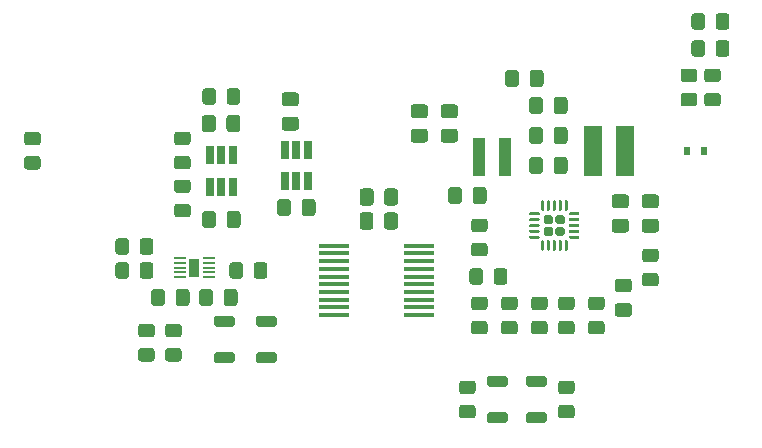
<source format=gbp>
G04 #@! TF.GenerationSoftware,KiCad,Pcbnew,(5.1.7)-1*
G04 #@! TF.CreationDate,2021-10-27T14:05:11+02:00*
G04 #@! TF.ProjectId,Power_module_v1,506f7765-725f-46d6-9f64-756c655f7631,rev?*
G04 #@! TF.SameCoordinates,Original*
G04 #@! TF.FileFunction,Paste,Bot*
G04 #@! TF.FilePolarity,Positive*
%FSLAX46Y46*%
G04 Gerber Fmt 4.6, Leading zero omitted, Abs format (unit mm)*
G04 Created by KiCad (PCBNEW (5.1.7)-1) date 2021-10-27 14:05:11*
%MOMM*%
%LPD*%
G01*
G04 APERTURE LIST*
%ADD10R,1.000000X0.200000*%
%ADD11R,0.900000X1.500000*%
%ADD12R,2.500000X0.450000*%
%ADD13R,0.600000X0.700000*%
%ADD14R,1.600000X4.300000*%
%ADD15R,1.000000X3.200000*%
%ADD16R,0.650000X1.560000*%
G04 APERTURE END LIST*
G36*
G01*
X123005000Y-87724000D02*
X123005000Y-86774000D01*
G75*
G02*
X123255000Y-86524000I250000J0D01*
G01*
X123930000Y-86524000D01*
G75*
G02*
X124180000Y-86774000I0J-250000D01*
G01*
X124180000Y-87724000D01*
G75*
G02*
X123930000Y-87974000I-250000J0D01*
G01*
X123255000Y-87974000D01*
G75*
G02*
X123005000Y-87724000I0J250000D01*
G01*
G37*
G36*
G01*
X120930000Y-87724000D02*
X120930000Y-86774000D01*
G75*
G02*
X121180000Y-86524000I250000J0D01*
G01*
X121855000Y-86524000D01*
G75*
G02*
X122105000Y-86774000I0J-250000D01*
G01*
X122105000Y-87724000D01*
G75*
G02*
X121855000Y-87974000I-250000J0D01*
G01*
X121180000Y-87974000D01*
G75*
G02*
X120930000Y-87724000I0J250000D01*
G01*
G37*
D10*
X105684000Y-94018000D03*
X105684000Y-93618000D03*
X105684000Y-93218000D03*
X105684000Y-92818000D03*
X105684000Y-92418000D03*
X108184000Y-92418000D03*
X108184000Y-92818000D03*
X108184000Y-93218000D03*
X108184000Y-93618000D03*
X108184000Y-94018000D03*
D11*
X106934000Y-93218000D03*
G36*
G01*
X131903000Y-105469000D02*
X133273000Y-105469000D01*
G75*
G02*
X133463000Y-105659000I0J-190000D01*
G01*
X133463000Y-106229000D01*
G75*
G02*
X133273000Y-106419000I-190000J0D01*
G01*
X131903000Y-106419000D01*
G75*
G02*
X131713000Y-106229000I0J190000D01*
G01*
X131713000Y-105659000D01*
G75*
G02*
X131903000Y-105469000I190000J0D01*
G01*
G37*
G36*
G01*
X131903000Y-102369000D02*
X133273000Y-102369000D01*
G75*
G02*
X133463000Y-102559000I0J-190000D01*
G01*
X133463000Y-103129000D01*
G75*
G02*
X133273000Y-103319000I-190000J0D01*
G01*
X131903000Y-103319000D01*
G75*
G02*
X131713000Y-103129000I0J190000D01*
G01*
X131713000Y-102559000D01*
G75*
G02*
X131903000Y-102369000I190000J0D01*
G01*
G37*
G36*
G01*
X135205000Y-105469000D02*
X136575000Y-105469000D01*
G75*
G02*
X136765000Y-105659000I0J-190000D01*
G01*
X136765000Y-106229000D01*
G75*
G02*
X136575000Y-106419000I-190000J0D01*
G01*
X135205000Y-106419000D01*
G75*
G02*
X135015000Y-106229000I0J190000D01*
G01*
X135015000Y-105659000D01*
G75*
G02*
X135205000Y-105469000I190000J0D01*
G01*
G37*
G36*
G01*
X135205000Y-102369000D02*
X136575000Y-102369000D01*
G75*
G02*
X136765000Y-102559000I0J-190000D01*
G01*
X136765000Y-103129000D01*
G75*
G02*
X136575000Y-103319000I-190000J0D01*
G01*
X135205000Y-103319000D01*
G75*
G02*
X135015000Y-103129000I0J190000D01*
G01*
X135015000Y-102559000D01*
G75*
G02*
X135205000Y-102369000I190000J0D01*
G01*
G37*
G36*
G01*
X113715000Y-98239000D02*
X112345000Y-98239000D01*
G75*
G02*
X112155000Y-98049000I0J190000D01*
G01*
X112155000Y-97479000D01*
G75*
G02*
X112345000Y-97289000I190000J0D01*
G01*
X113715000Y-97289000D01*
G75*
G02*
X113905000Y-97479000I0J-190000D01*
G01*
X113905000Y-98049000D01*
G75*
G02*
X113715000Y-98239000I-190000J0D01*
G01*
G37*
G36*
G01*
X113715000Y-101339000D02*
X112345000Y-101339000D01*
G75*
G02*
X112155000Y-101149000I0J190000D01*
G01*
X112155000Y-100579000D01*
G75*
G02*
X112345000Y-100389000I190000J0D01*
G01*
X113715000Y-100389000D01*
G75*
G02*
X113905000Y-100579000I0J-190000D01*
G01*
X113905000Y-101149000D01*
G75*
G02*
X113715000Y-101339000I-190000J0D01*
G01*
G37*
G36*
G01*
X110159000Y-98239000D02*
X108789000Y-98239000D01*
G75*
G02*
X108599000Y-98049000I0J190000D01*
G01*
X108599000Y-97479000D01*
G75*
G02*
X108789000Y-97289000I190000J0D01*
G01*
X110159000Y-97289000D01*
G75*
G02*
X110349000Y-97479000I0J-190000D01*
G01*
X110349000Y-98049000D01*
G75*
G02*
X110159000Y-98239000I-190000J0D01*
G01*
G37*
G36*
G01*
X110159000Y-101339000D02*
X108789000Y-101339000D01*
G75*
G02*
X108599000Y-101149000I0J190000D01*
G01*
X108599000Y-100579000D01*
G75*
G02*
X108789000Y-100389000I190000J0D01*
G01*
X110159000Y-100389000D01*
G75*
G02*
X110349000Y-100579000I0J-190000D01*
G01*
X110349000Y-101149000D01*
G75*
G02*
X110159000Y-101339000I-190000J0D01*
G01*
G37*
D12*
X125984000Y-91380000D03*
X125984000Y-92030000D03*
X125984000Y-92680000D03*
X125984000Y-93330000D03*
X125984000Y-93980000D03*
X125984000Y-94630000D03*
X125984000Y-95280000D03*
X125984000Y-95930000D03*
X125984000Y-96580000D03*
X125984000Y-97230000D03*
X118784000Y-97230000D03*
X118784000Y-96580000D03*
X118784000Y-95930000D03*
X118784000Y-95280000D03*
X118784000Y-94630000D03*
X118784000Y-93980000D03*
X118784000Y-93330000D03*
X118784000Y-92680000D03*
X118784000Y-92030000D03*
X118784000Y-91380000D03*
G36*
G01*
X148349999Y-78428000D02*
X149250001Y-78428000D01*
G75*
G02*
X149500000Y-78677999I0J-249999D01*
G01*
X149500000Y-79328001D01*
G75*
G02*
X149250001Y-79578000I-249999J0D01*
G01*
X148349999Y-79578000D01*
G75*
G02*
X148100000Y-79328001I0J249999D01*
G01*
X148100000Y-78677999D01*
G75*
G02*
X148349999Y-78428000I249999J0D01*
G01*
G37*
G36*
G01*
X148349999Y-76378000D02*
X149250001Y-76378000D01*
G75*
G02*
X149500000Y-76627999I0J-249999D01*
G01*
X149500000Y-77278001D01*
G75*
G02*
X149250001Y-77528000I-249999J0D01*
G01*
X148349999Y-77528000D01*
G75*
G02*
X148100000Y-77278001I0J249999D01*
G01*
X148100000Y-76627999D01*
G75*
G02*
X148349999Y-76378000I249999J0D01*
G01*
G37*
G36*
G01*
X150349999Y-78428000D02*
X151250001Y-78428000D01*
G75*
G02*
X151500000Y-78677999I0J-249999D01*
G01*
X151500000Y-79328001D01*
G75*
G02*
X151250001Y-79578000I-249999J0D01*
G01*
X150349999Y-79578000D01*
G75*
G02*
X150100000Y-79328001I0J249999D01*
G01*
X150100000Y-78677999D01*
G75*
G02*
X150349999Y-78428000I249999J0D01*
G01*
G37*
G36*
G01*
X150349999Y-76378000D02*
X151250001Y-76378000D01*
G75*
G02*
X151500000Y-76627999I0J-249999D01*
G01*
X151500000Y-77278001D01*
G75*
G02*
X151250001Y-77528000I-249999J0D01*
G01*
X150349999Y-77528000D01*
G75*
G02*
X150100000Y-77278001I0J249999D01*
G01*
X150100000Y-76627999D01*
G75*
G02*
X150349999Y-76378000I249999J0D01*
G01*
G37*
G36*
G01*
X150172000Y-71939999D02*
X150172000Y-72840001D01*
G75*
G02*
X149922001Y-73090000I-249999J0D01*
G01*
X149271999Y-73090000D01*
G75*
G02*
X149022000Y-72840001I0J249999D01*
G01*
X149022000Y-71939999D01*
G75*
G02*
X149271999Y-71690000I249999J0D01*
G01*
X149922001Y-71690000D01*
G75*
G02*
X150172000Y-71939999I0J-249999D01*
G01*
G37*
G36*
G01*
X152222000Y-71939999D02*
X152222000Y-72840001D01*
G75*
G02*
X151972001Y-73090000I-249999J0D01*
G01*
X151321999Y-73090000D01*
G75*
G02*
X151072000Y-72840001I0J249999D01*
G01*
X151072000Y-71939999D01*
G75*
G02*
X151321999Y-71690000I249999J0D01*
G01*
X151972001Y-71690000D01*
G75*
G02*
X152222000Y-71939999I0J-249999D01*
G01*
G37*
G36*
G01*
X150172000Y-74225999D02*
X150172000Y-75126001D01*
G75*
G02*
X149922001Y-75376000I-249999J0D01*
G01*
X149271999Y-75376000D01*
G75*
G02*
X149022000Y-75126001I0J249999D01*
G01*
X149022000Y-74225999D01*
G75*
G02*
X149271999Y-73976000I249999J0D01*
G01*
X149922001Y-73976000D01*
G75*
G02*
X150172000Y-74225999I0J-249999D01*
G01*
G37*
G36*
G01*
X152222000Y-74225999D02*
X152222000Y-75126001D01*
G75*
G02*
X151972001Y-75376000I-249999J0D01*
G01*
X151321999Y-75376000D01*
G75*
G02*
X151072000Y-75126001I0J249999D01*
G01*
X151072000Y-74225999D01*
G75*
G02*
X151321999Y-73976000I249999J0D01*
G01*
X151972001Y-73976000D01*
G75*
G02*
X152222000Y-74225999I0J-249999D01*
G01*
G37*
D13*
X148652000Y-83312000D03*
X150052000Y-83312000D03*
G36*
G01*
X104705999Y-100027000D02*
X105606001Y-100027000D01*
G75*
G02*
X105856000Y-100276999I0J-249999D01*
G01*
X105856000Y-100927001D01*
G75*
G02*
X105606001Y-101177000I-249999J0D01*
G01*
X104705999Y-101177000D01*
G75*
G02*
X104456000Y-100927001I0J249999D01*
G01*
X104456000Y-100276999D01*
G75*
G02*
X104705999Y-100027000I249999J0D01*
G01*
G37*
G36*
G01*
X104705999Y-97977000D02*
X105606001Y-97977000D01*
G75*
G02*
X105856000Y-98226999I0J-249999D01*
G01*
X105856000Y-98877001D01*
G75*
G02*
X105606001Y-99127000I-249999J0D01*
G01*
X104705999Y-99127000D01*
G75*
G02*
X104456000Y-98877001I0J249999D01*
G01*
X104456000Y-98226999D01*
G75*
G02*
X104705999Y-97977000I249999J0D01*
G01*
G37*
G36*
G01*
X102419999Y-100027000D02*
X103320001Y-100027000D01*
G75*
G02*
X103570000Y-100276999I0J-249999D01*
G01*
X103570000Y-100927001D01*
G75*
G02*
X103320001Y-101177000I-249999J0D01*
G01*
X102419999Y-101177000D01*
G75*
G02*
X102170000Y-100927001I0J249999D01*
G01*
X102170000Y-100276999D01*
G75*
G02*
X102419999Y-100027000I249999J0D01*
G01*
G37*
G36*
G01*
X102419999Y-97977000D02*
X103320001Y-97977000D01*
G75*
G02*
X103570000Y-98226999I0J-249999D01*
G01*
X103570000Y-98877001D01*
G75*
G02*
X103320001Y-99127000I-249999J0D01*
G01*
X102419999Y-99127000D01*
G75*
G02*
X102170000Y-98877001I0J249999D01*
G01*
X102170000Y-98226999D01*
G75*
G02*
X102419999Y-97977000I249999J0D01*
G01*
G37*
G36*
G01*
X136456000Y-81567000D02*
X136456000Y-82517000D01*
G75*
G02*
X136206000Y-82767000I-250000J0D01*
G01*
X135531000Y-82767000D01*
G75*
G02*
X135281000Y-82517000I0J250000D01*
G01*
X135281000Y-81567000D01*
G75*
G02*
X135531000Y-81317000I250000J0D01*
G01*
X136206000Y-81317000D01*
G75*
G02*
X136456000Y-81567000I0J-250000D01*
G01*
G37*
G36*
G01*
X138531000Y-81567000D02*
X138531000Y-82517000D01*
G75*
G02*
X138281000Y-82767000I-250000J0D01*
G01*
X137606000Y-82767000D01*
G75*
G02*
X137356000Y-82517000I0J250000D01*
G01*
X137356000Y-81567000D01*
G75*
G02*
X137606000Y-81317000I250000J0D01*
G01*
X138281000Y-81317000D01*
G75*
G02*
X138531000Y-81567000I0J-250000D01*
G01*
G37*
G36*
G01*
X142781000Y-96229500D02*
X143731000Y-96229500D01*
G75*
G02*
X143981000Y-96479500I0J-250000D01*
G01*
X143981000Y-97154500D01*
G75*
G02*
X143731000Y-97404500I-250000J0D01*
G01*
X142781000Y-97404500D01*
G75*
G02*
X142531000Y-97154500I0J250000D01*
G01*
X142531000Y-96479500D01*
G75*
G02*
X142781000Y-96229500I250000J0D01*
G01*
G37*
G36*
G01*
X142781000Y-94154500D02*
X143731000Y-94154500D01*
G75*
G02*
X143981000Y-94404500I0J-250000D01*
G01*
X143981000Y-95079500D01*
G75*
G02*
X143731000Y-95329500I-250000J0D01*
G01*
X142781000Y-95329500D01*
G75*
G02*
X142531000Y-95079500I0J250000D01*
G01*
X142531000Y-94404500D01*
G75*
G02*
X142781000Y-94154500I250000J0D01*
G01*
G37*
G36*
G01*
X126459000Y-80576000D02*
X125509000Y-80576000D01*
G75*
G02*
X125259000Y-80326000I0J250000D01*
G01*
X125259000Y-79651000D01*
G75*
G02*
X125509000Y-79401000I250000J0D01*
G01*
X126459000Y-79401000D01*
G75*
G02*
X126709000Y-79651000I0J-250000D01*
G01*
X126709000Y-80326000D01*
G75*
G02*
X126459000Y-80576000I-250000J0D01*
G01*
G37*
G36*
G01*
X126459000Y-82651000D02*
X125509000Y-82651000D01*
G75*
G02*
X125259000Y-82401000I0J250000D01*
G01*
X125259000Y-81726000D01*
G75*
G02*
X125509000Y-81476000I250000J0D01*
G01*
X126459000Y-81476000D01*
G75*
G02*
X126709000Y-81726000I0J-250000D01*
G01*
X126709000Y-82401000D01*
G75*
G02*
X126459000Y-82651000I-250000J0D01*
G01*
G37*
G36*
G01*
X142527000Y-89096000D02*
X143477000Y-89096000D01*
G75*
G02*
X143727000Y-89346000I0J-250000D01*
G01*
X143727000Y-90021000D01*
G75*
G02*
X143477000Y-90271000I-250000J0D01*
G01*
X142527000Y-90271000D01*
G75*
G02*
X142277000Y-90021000I0J250000D01*
G01*
X142277000Y-89346000D01*
G75*
G02*
X142527000Y-89096000I250000J0D01*
G01*
G37*
G36*
G01*
X142527000Y-87021000D02*
X143477000Y-87021000D01*
G75*
G02*
X143727000Y-87271000I0J-250000D01*
G01*
X143727000Y-87946000D01*
G75*
G02*
X143477000Y-88196000I-250000J0D01*
G01*
X142527000Y-88196000D01*
G75*
G02*
X142277000Y-87946000I0J250000D01*
G01*
X142277000Y-87271000D01*
G75*
G02*
X142527000Y-87021000I250000J0D01*
G01*
G37*
G36*
G01*
X136456000Y-84107000D02*
X136456000Y-85057000D01*
G75*
G02*
X136206000Y-85307000I-250000J0D01*
G01*
X135531000Y-85307000D01*
G75*
G02*
X135281000Y-85057000I0J250000D01*
G01*
X135281000Y-84107000D01*
G75*
G02*
X135531000Y-83857000I250000J0D01*
G01*
X136206000Y-83857000D01*
G75*
G02*
X136456000Y-84107000I0J-250000D01*
G01*
G37*
G36*
G01*
X138531000Y-84107000D02*
X138531000Y-85057000D01*
G75*
G02*
X138281000Y-85307000I-250000J0D01*
G01*
X137606000Y-85307000D01*
G75*
G02*
X137356000Y-85057000I0J250000D01*
G01*
X137356000Y-84107000D01*
G75*
G02*
X137606000Y-83857000I250000J0D01*
G01*
X138281000Y-83857000D01*
G75*
G02*
X138531000Y-84107000I0J-250000D01*
G01*
G37*
G36*
G01*
X122996000Y-89756000D02*
X122996000Y-88806000D01*
G75*
G02*
X123246000Y-88556000I250000J0D01*
G01*
X123921000Y-88556000D01*
G75*
G02*
X124171000Y-88806000I0J-250000D01*
G01*
X124171000Y-89756000D01*
G75*
G02*
X123921000Y-90006000I-250000J0D01*
G01*
X123246000Y-90006000D01*
G75*
G02*
X122996000Y-89756000I0J250000D01*
G01*
G37*
G36*
G01*
X120921000Y-89756000D02*
X120921000Y-88806000D01*
G75*
G02*
X121171000Y-88556000I250000J0D01*
G01*
X121846000Y-88556000D01*
G75*
G02*
X122096000Y-88806000I0J-250000D01*
G01*
X122096000Y-89756000D01*
G75*
G02*
X121846000Y-90006000I-250000J0D01*
G01*
X121171000Y-90006000D01*
G75*
G02*
X120921000Y-89756000I0J250000D01*
G01*
G37*
G36*
G01*
X109648500Y-81501000D02*
X109648500Y-80551000D01*
G75*
G02*
X109898500Y-80301000I250000J0D01*
G01*
X110573500Y-80301000D01*
G75*
G02*
X110823500Y-80551000I0J-250000D01*
G01*
X110823500Y-81501000D01*
G75*
G02*
X110573500Y-81751000I-250000J0D01*
G01*
X109898500Y-81751000D01*
G75*
G02*
X109648500Y-81501000I0J250000D01*
G01*
G37*
G36*
G01*
X107573500Y-81501000D02*
X107573500Y-80551000D01*
G75*
G02*
X107823500Y-80301000I250000J0D01*
G01*
X108498500Y-80301000D01*
G75*
G02*
X108748500Y-80551000I0J-250000D01*
G01*
X108748500Y-81501000D01*
G75*
G02*
X108498500Y-81751000I-250000J0D01*
G01*
X107823500Y-81751000D01*
G75*
G02*
X107573500Y-81501000I0J250000D01*
G01*
G37*
G36*
G01*
X115537000Y-79560000D02*
X114587000Y-79560000D01*
G75*
G02*
X114337000Y-79310000I0J250000D01*
G01*
X114337000Y-78635000D01*
G75*
G02*
X114587000Y-78385000I250000J0D01*
G01*
X115537000Y-78385000D01*
G75*
G02*
X115787000Y-78635000I0J-250000D01*
G01*
X115787000Y-79310000D01*
G75*
G02*
X115537000Y-79560000I-250000J0D01*
G01*
G37*
G36*
G01*
X115537000Y-81635000D02*
X114587000Y-81635000D01*
G75*
G02*
X114337000Y-81385000I0J250000D01*
G01*
X114337000Y-80710000D01*
G75*
G02*
X114587000Y-80460000I250000J0D01*
G01*
X115537000Y-80460000D01*
G75*
G02*
X115787000Y-80710000I0J-250000D01*
G01*
X115787000Y-81385000D01*
G75*
G02*
X115537000Y-81635000I-250000J0D01*
G01*
G37*
G36*
G01*
X108770000Y-88679000D02*
X108770000Y-89629000D01*
G75*
G02*
X108520000Y-89879000I-250000J0D01*
G01*
X107845000Y-89879000D01*
G75*
G02*
X107595000Y-89629000I0J250000D01*
G01*
X107595000Y-88679000D01*
G75*
G02*
X107845000Y-88429000I250000J0D01*
G01*
X108520000Y-88429000D01*
G75*
G02*
X108770000Y-88679000I0J-250000D01*
G01*
G37*
G36*
G01*
X110845000Y-88679000D02*
X110845000Y-89629000D01*
G75*
G02*
X110595000Y-89879000I-250000J0D01*
G01*
X109920000Y-89879000D01*
G75*
G02*
X109670000Y-89629000I0J250000D01*
G01*
X109670000Y-88679000D01*
G75*
G02*
X109920000Y-88429000I250000J0D01*
G01*
X110595000Y-88429000D01*
G75*
G02*
X110845000Y-88679000I0J-250000D01*
G01*
G37*
G36*
G01*
X115120000Y-87663000D02*
X115120000Y-88613000D01*
G75*
G02*
X114870000Y-88863000I-250000J0D01*
G01*
X114195000Y-88863000D01*
G75*
G02*
X113945000Y-88613000I0J250000D01*
G01*
X113945000Y-87663000D01*
G75*
G02*
X114195000Y-87413000I250000J0D01*
G01*
X114870000Y-87413000D01*
G75*
G02*
X115120000Y-87663000I0J-250000D01*
G01*
G37*
G36*
G01*
X117195000Y-87663000D02*
X117195000Y-88613000D01*
G75*
G02*
X116945000Y-88863000I-250000J0D01*
G01*
X116270000Y-88863000D01*
G75*
G02*
X116020000Y-88613000I0J250000D01*
G01*
X116020000Y-87663000D01*
G75*
G02*
X116270000Y-87413000I250000J0D01*
G01*
X116945000Y-87413000D01*
G75*
G02*
X117195000Y-87663000I0J-250000D01*
G01*
G37*
G36*
G01*
X108516000Y-95283000D02*
X108516000Y-96233000D01*
G75*
G02*
X108266000Y-96483000I-250000J0D01*
G01*
X107591000Y-96483000D01*
G75*
G02*
X107341000Y-96233000I0J250000D01*
G01*
X107341000Y-95283000D01*
G75*
G02*
X107591000Y-95033000I250000J0D01*
G01*
X108266000Y-95033000D01*
G75*
G02*
X108516000Y-95283000I0J-250000D01*
G01*
G37*
G36*
G01*
X110591000Y-95283000D02*
X110591000Y-96233000D01*
G75*
G02*
X110341000Y-96483000I-250000J0D01*
G01*
X109666000Y-96483000D01*
G75*
G02*
X109416000Y-96233000I0J250000D01*
G01*
X109416000Y-95283000D01*
G75*
G02*
X109666000Y-95033000I250000J0D01*
G01*
X110341000Y-95033000D01*
G75*
G02*
X110591000Y-95283000I0J-250000D01*
G01*
G37*
G36*
G01*
X105352000Y-96233000D02*
X105352000Y-95283000D01*
G75*
G02*
X105602000Y-95033000I250000J0D01*
G01*
X106277000Y-95033000D01*
G75*
G02*
X106527000Y-95283000I0J-250000D01*
G01*
X106527000Y-96233000D01*
G75*
G02*
X106277000Y-96483000I-250000J0D01*
G01*
X105602000Y-96483000D01*
G75*
G02*
X105352000Y-96233000I0J250000D01*
G01*
G37*
G36*
G01*
X103277000Y-96233000D02*
X103277000Y-95283000D01*
G75*
G02*
X103527000Y-95033000I250000J0D01*
G01*
X104202000Y-95033000D01*
G75*
G02*
X104452000Y-95283000I0J-250000D01*
G01*
X104452000Y-96233000D01*
G75*
G02*
X104202000Y-96483000I-250000J0D01*
G01*
X103527000Y-96483000D01*
G75*
G02*
X103277000Y-96233000I0J250000D01*
G01*
G37*
G36*
G01*
X128423000Y-87597000D02*
X128423000Y-86647000D01*
G75*
G02*
X128673000Y-86397000I250000J0D01*
G01*
X129348000Y-86397000D01*
G75*
G02*
X129598000Y-86647000I0J-250000D01*
G01*
X129598000Y-87597000D01*
G75*
G02*
X129348000Y-87847000I-250000J0D01*
G01*
X128673000Y-87847000D01*
G75*
G02*
X128423000Y-87597000I0J250000D01*
G01*
G37*
G36*
G01*
X130498000Y-87597000D02*
X130498000Y-86647000D01*
G75*
G02*
X130748000Y-86397000I250000J0D01*
G01*
X131423000Y-86397000D01*
G75*
G02*
X131673000Y-86647000I0J-250000D01*
G01*
X131673000Y-87597000D01*
G75*
G02*
X131423000Y-87847000I-250000J0D01*
G01*
X130748000Y-87847000D01*
G75*
G02*
X130498000Y-87597000I0J250000D01*
G01*
G37*
G36*
G01*
X145067000Y-87021000D02*
X146017000Y-87021000D01*
G75*
G02*
X146267000Y-87271000I0J-250000D01*
G01*
X146267000Y-87946000D01*
G75*
G02*
X146017000Y-88196000I-250000J0D01*
G01*
X145067000Y-88196000D01*
G75*
G02*
X144817000Y-87946000I0J250000D01*
G01*
X144817000Y-87271000D01*
G75*
G02*
X145067000Y-87021000I250000J0D01*
G01*
G37*
G36*
G01*
X145067000Y-89096000D02*
X146017000Y-89096000D01*
G75*
G02*
X146267000Y-89346000I0J-250000D01*
G01*
X146267000Y-90021000D01*
G75*
G02*
X146017000Y-90271000I-250000J0D01*
G01*
X145067000Y-90271000D01*
G75*
G02*
X144817000Y-90021000I0J250000D01*
G01*
X144817000Y-89346000D01*
G75*
G02*
X145067000Y-89096000I250000J0D01*
G01*
G37*
G36*
G01*
X136456000Y-79027000D02*
X136456000Y-79977000D01*
G75*
G02*
X136206000Y-80227000I-250000J0D01*
G01*
X135531000Y-80227000D01*
G75*
G02*
X135281000Y-79977000I0J250000D01*
G01*
X135281000Y-79027000D01*
G75*
G02*
X135531000Y-78777000I250000J0D01*
G01*
X136206000Y-78777000D01*
G75*
G02*
X136456000Y-79027000I0J-250000D01*
G01*
G37*
G36*
G01*
X138531000Y-79027000D02*
X138531000Y-79977000D01*
G75*
G02*
X138281000Y-80227000I-250000J0D01*
G01*
X137606000Y-80227000D01*
G75*
G02*
X137356000Y-79977000I0J250000D01*
G01*
X137356000Y-79027000D01*
G75*
G02*
X137606000Y-78777000I250000J0D01*
G01*
X138281000Y-78777000D01*
G75*
G02*
X138531000Y-79027000I0J-250000D01*
G01*
G37*
G36*
G01*
X135324000Y-77691000D02*
X135324000Y-76741000D01*
G75*
G02*
X135574000Y-76491000I250000J0D01*
G01*
X136249000Y-76491000D01*
G75*
G02*
X136499000Y-76741000I0J-250000D01*
G01*
X136499000Y-77691000D01*
G75*
G02*
X136249000Y-77941000I-250000J0D01*
G01*
X135574000Y-77941000D01*
G75*
G02*
X135324000Y-77691000I0J250000D01*
G01*
G37*
G36*
G01*
X133249000Y-77691000D02*
X133249000Y-76741000D01*
G75*
G02*
X133499000Y-76491000I250000J0D01*
G01*
X134174000Y-76491000D01*
G75*
G02*
X134424000Y-76741000I0J-250000D01*
G01*
X134424000Y-77691000D01*
G75*
G02*
X134174000Y-77941000I-250000J0D01*
G01*
X133499000Y-77941000D01*
G75*
G02*
X133249000Y-77691000I0J250000D01*
G01*
G37*
G36*
G01*
X128999000Y-80576000D02*
X128049000Y-80576000D01*
G75*
G02*
X127799000Y-80326000I0J250000D01*
G01*
X127799000Y-79651000D01*
G75*
G02*
X128049000Y-79401000I250000J0D01*
G01*
X128999000Y-79401000D01*
G75*
G02*
X129249000Y-79651000I0J-250000D01*
G01*
X129249000Y-80326000D01*
G75*
G02*
X128999000Y-80576000I-250000J0D01*
G01*
G37*
G36*
G01*
X128999000Y-82651000D02*
X128049000Y-82651000D01*
G75*
G02*
X127799000Y-82401000I0J250000D01*
G01*
X127799000Y-81726000D01*
G75*
G02*
X128049000Y-81476000I250000J0D01*
G01*
X128999000Y-81476000D01*
G75*
G02*
X129249000Y-81726000I0J-250000D01*
G01*
X129249000Y-82401000D01*
G75*
G02*
X128999000Y-82651000I-250000J0D01*
G01*
G37*
D14*
X140716000Y-83312000D03*
X143416000Y-83312000D03*
D15*
X131064000Y-83820000D03*
X133264000Y-83820000D03*
G36*
G01*
X145091999Y-91618000D02*
X145992001Y-91618000D01*
G75*
G02*
X146242000Y-91867999I0J-249999D01*
G01*
X146242000Y-92518001D01*
G75*
G02*
X145992001Y-92768000I-249999J0D01*
G01*
X145091999Y-92768000D01*
G75*
G02*
X144842000Y-92518001I0J249999D01*
G01*
X144842000Y-91867999D01*
G75*
G02*
X145091999Y-91618000I249999J0D01*
G01*
G37*
G36*
G01*
X145091999Y-93668000D02*
X145992001Y-93668000D01*
G75*
G02*
X146242000Y-93917999I0J-249999D01*
G01*
X146242000Y-94568001D01*
G75*
G02*
X145992001Y-94818000I-249999J0D01*
G01*
X145091999Y-94818000D01*
G75*
G02*
X144842000Y-94568001I0J249999D01*
G01*
X144842000Y-93917999D01*
G75*
G02*
X145091999Y-93668000I249999J0D01*
G01*
G37*
G36*
G01*
X101404000Y-93021999D02*
X101404000Y-93922001D01*
G75*
G02*
X101154001Y-94172000I-249999J0D01*
G01*
X100503999Y-94172000D01*
G75*
G02*
X100254000Y-93922001I0J249999D01*
G01*
X100254000Y-93021999D01*
G75*
G02*
X100503999Y-92772000I249999J0D01*
G01*
X101154001Y-92772000D01*
G75*
G02*
X101404000Y-93021999I0J-249999D01*
G01*
G37*
G36*
G01*
X103454000Y-93021999D02*
X103454000Y-93922001D01*
G75*
G02*
X103204001Y-94172000I-249999J0D01*
G01*
X102553999Y-94172000D01*
G75*
G02*
X102304000Y-93922001I0J249999D01*
G01*
X102304000Y-93021999D01*
G75*
G02*
X102553999Y-92772000I249999J0D01*
G01*
X103204001Y-92772000D01*
G75*
G02*
X103454000Y-93021999I0J-249999D01*
G01*
G37*
G36*
G01*
X103454000Y-90989999D02*
X103454000Y-91890001D01*
G75*
G02*
X103204001Y-92140000I-249999J0D01*
G01*
X102553999Y-92140000D01*
G75*
G02*
X102304000Y-91890001I0J249999D01*
G01*
X102304000Y-90989999D01*
G75*
G02*
X102553999Y-90740000I249999J0D01*
G01*
X103204001Y-90740000D01*
G75*
G02*
X103454000Y-90989999I0J-249999D01*
G01*
G37*
G36*
G01*
X101404000Y-90989999D02*
X101404000Y-91890001D01*
G75*
G02*
X101154001Y-92140000I-249999J0D01*
G01*
X100503999Y-92140000D01*
G75*
G02*
X100254000Y-91890001I0J249999D01*
G01*
X100254000Y-90989999D01*
G75*
G02*
X100503999Y-90740000I249999J0D01*
G01*
X101154001Y-90740000D01*
G75*
G02*
X101404000Y-90989999I0J-249999D01*
G01*
G37*
G36*
G01*
X109906000Y-93922001D02*
X109906000Y-93021999D01*
G75*
G02*
X110155999Y-92772000I249999J0D01*
G01*
X110806001Y-92772000D01*
G75*
G02*
X111056000Y-93021999I0J-249999D01*
G01*
X111056000Y-93922001D01*
G75*
G02*
X110806001Y-94172000I-249999J0D01*
G01*
X110155999Y-94172000D01*
G75*
G02*
X109906000Y-93922001I0J249999D01*
G01*
G37*
G36*
G01*
X111956000Y-93922001D02*
X111956000Y-93021999D01*
G75*
G02*
X112205999Y-92772000I249999J0D01*
G01*
X112856001Y-92772000D01*
G75*
G02*
X113106000Y-93021999I0J-249999D01*
G01*
X113106000Y-93922001D01*
G75*
G02*
X112856001Y-94172000I-249999J0D01*
G01*
X112205999Y-94172000D01*
G75*
G02*
X111956000Y-93922001I0J249999D01*
G01*
G37*
G36*
G01*
X106368001Y-86917000D02*
X105467999Y-86917000D01*
G75*
G02*
X105218000Y-86667001I0J249999D01*
G01*
X105218000Y-86016999D01*
G75*
G02*
X105467999Y-85767000I249999J0D01*
G01*
X106368001Y-85767000D01*
G75*
G02*
X106618000Y-86016999I0J-249999D01*
G01*
X106618000Y-86667001D01*
G75*
G02*
X106368001Y-86917000I-249999J0D01*
G01*
G37*
G36*
G01*
X106368001Y-88967000D02*
X105467999Y-88967000D01*
G75*
G02*
X105218000Y-88717001I0J249999D01*
G01*
X105218000Y-88066999D01*
G75*
G02*
X105467999Y-87817000I249999J0D01*
G01*
X106368001Y-87817000D01*
G75*
G02*
X106618000Y-88066999I0J-249999D01*
G01*
X106618000Y-88717001D01*
G75*
G02*
X106368001Y-88967000I-249999J0D01*
G01*
G37*
G36*
G01*
X106368001Y-84912000D02*
X105467999Y-84912000D01*
G75*
G02*
X105218000Y-84662001I0J249999D01*
G01*
X105218000Y-84011999D01*
G75*
G02*
X105467999Y-83762000I249999J0D01*
G01*
X106368001Y-83762000D01*
G75*
G02*
X106618000Y-84011999I0J-249999D01*
G01*
X106618000Y-84662001D01*
G75*
G02*
X106368001Y-84912000I-249999J0D01*
G01*
G37*
G36*
G01*
X106368001Y-82862000D02*
X105467999Y-82862000D01*
G75*
G02*
X105218000Y-82612001I0J249999D01*
G01*
X105218000Y-81961999D01*
G75*
G02*
X105467999Y-81712000I249999J0D01*
G01*
X106368001Y-81712000D01*
G75*
G02*
X106618000Y-81961999I0J-249999D01*
G01*
X106618000Y-82612001D01*
G75*
G02*
X106368001Y-82862000I-249999J0D01*
G01*
G37*
G36*
G01*
X92767999Y-83771000D02*
X93668001Y-83771000D01*
G75*
G02*
X93918000Y-84020999I0J-249999D01*
G01*
X93918000Y-84671001D01*
G75*
G02*
X93668001Y-84921000I-249999J0D01*
G01*
X92767999Y-84921000D01*
G75*
G02*
X92518000Y-84671001I0J249999D01*
G01*
X92518000Y-84020999D01*
G75*
G02*
X92767999Y-83771000I249999J0D01*
G01*
G37*
G36*
G01*
X92767999Y-81721000D02*
X93668001Y-81721000D01*
G75*
G02*
X93918000Y-81970999I0J-249999D01*
G01*
X93918000Y-82621001D01*
G75*
G02*
X93668001Y-82871000I-249999J0D01*
G01*
X92767999Y-82871000D01*
G75*
G02*
X92518000Y-82621001I0J249999D01*
G01*
X92518000Y-81970999D01*
G75*
G02*
X92767999Y-81721000I249999J0D01*
G01*
G37*
G36*
G01*
X137979999Y-104844000D02*
X138880001Y-104844000D01*
G75*
G02*
X139130000Y-105093999I0J-249999D01*
G01*
X139130000Y-105744001D01*
G75*
G02*
X138880001Y-105994000I-249999J0D01*
G01*
X137979999Y-105994000D01*
G75*
G02*
X137730000Y-105744001I0J249999D01*
G01*
X137730000Y-105093999D01*
G75*
G02*
X137979999Y-104844000I249999J0D01*
G01*
G37*
G36*
G01*
X137979999Y-102794000D02*
X138880001Y-102794000D01*
G75*
G02*
X139130000Y-103043999I0J-249999D01*
G01*
X139130000Y-103694001D01*
G75*
G02*
X138880001Y-103944000I-249999J0D01*
G01*
X137979999Y-103944000D01*
G75*
G02*
X137730000Y-103694001I0J249999D01*
G01*
X137730000Y-103043999D01*
G75*
G02*
X137979999Y-102794000I249999J0D01*
G01*
G37*
G36*
G01*
X129597999Y-102794000D02*
X130498001Y-102794000D01*
G75*
G02*
X130748000Y-103043999I0J-249999D01*
G01*
X130748000Y-103694001D01*
G75*
G02*
X130498001Y-103944000I-249999J0D01*
G01*
X129597999Y-103944000D01*
G75*
G02*
X129348000Y-103694001I0J249999D01*
G01*
X129348000Y-103043999D01*
G75*
G02*
X129597999Y-102794000I249999J0D01*
G01*
G37*
G36*
G01*
X129597999Y-104844000D02*
X130498001Y-104844000D01*
G75*
G02*
X130748000Y-105093999I0J-249999D01*
G01*
X130748000Y-105744001D01*
G75*
G02*
X130498001Y-105994000I-249999J0D01*
G01*
X129597999Y-105994000D01*
G75*
G02*
X129348000Y-105744001I0J249999D01*
G01*
X129348000Y-105093999D01*
G75*
G02*
X129597999Y-104844000I249999J0D01*
G01*
G37*
G36*
G01*
X136594001Y-96832000D02*
X135693999Y-96832000D01*
G75*
G02*
X135444000Y-96582001I0J249999D01*
G01*
X135444000Y-95931999D01*
G75*
G02*
X135693999Y-95682000I249999J0D01*
G01*
X136594001Y-95682000D01*
G75*
G02*
X136844000Y-95931999I0J-249999D01*
G01*
X136844000Y-96582001D01*
G75*
G02*
X136594001Y-96832000I-249999J0D01*
G01*
G37*
G36*
G01*
X136594001Y-98882000D02*
X135693999Y-98882000D01*
G75*
G02*
X135444000Y-98632001I0J249999D01*
G01*
X135444000Y-97981999D01*
G75*
G02*
X135693999Y-97732000I249999J0D01*
G01*
X136594001Y-97732000D01*
G75*
G02*
X136844000Y-97981999I0J-249999D01*
G01*
X136844000Y-98632001D01*
G75*
G02*
X136594001Y-98882000I-249999J0D01*
G01*
G37*
G36*
G01*
X134054001Y-98882000D02*
X133153999Y-98882000D01*
G75*
G02*
X132904000Y-98632001I0J249999D01*
G01*
X132904000Y-97981999D01*
G75*
G02*
X133153999Y-97732000I249999J0D01*
G01*
X134054001Y-97732000D01*
G75*
G02*
X134304000Y-97981999I0J-249999D01*
G01*
X134304000Y-98632001D01*
G75*
G02*
X134054001Y-98882000I-249999J0D01*
G01*
G37*
G36*
G01*
X134054001Y-96832000D02*
X133153999Y-96832000D01*
G75*
G02*
X132904000Y-96582001I0J249999D01*
G01*
X132904000Y-95931999D01*
G75*
G02*
X133153999Y-95682000I249999J0D01*
G01*
X134054001Y-95682000D01*
G75*
G02*
X134304000Y-95931999I0J-249999D01*
G01*
X134304000Y-96582001D01*
G75*
G02*
X134054001Y-96832000I-249999J0D01*
G01*
G37*
G36*
G01*
X130613999Y-97732000D02*
X131514001Y-97732000D01*
G75*
G02*
X131764000Y-97981999I0J-249999D01*
G01*
X131764000Y-98632001D01*
G75*
G02*
X131514001Y-98882000I-249999J0D01*
G01*
X130613999Y-98882000D01*
G75*
G02*
X130364000Y-98632001I0J249999D01*
G01*
X130364000Y-97981999D01*
G75*
G02*
X130613999Y-97732000I249999J0D01*
G01*
G37*
G36*
G01*
X130613999Y-95682000D02*
X131514001Y-95682000D01*
G75*
G02*
X131764000Y-95931999I0J-249999D01*
G01*
X131764000Y-96582001D01*
G75*
G02*
X131514001Y-96832000I-249999J0D01*
G01*
X130613999Y-96832000D01*
G75*
G02*
X130364000Y-96582001I0J249999D01*
G01*
X130364000Y-95931999D01*
G75*
G02*
X130613999Y-95682000I249999J0D01*
G01*
G37*
G36*
G01*
X133426000Y-93529999D02*
X133426000Y-94430001D01*
G75*
G02*
X133176001Y-94680000I-249999J0D01*
G01*
X132525999Y-94680000D01*
G75*
G02*
X132276000Y-94430001I0J249999D01*
G01*
X132276000Y-93529999D01*
G75*
G02*
X132525999Y-93280000I249999J0D01*
G01*
X133176001Y-93280000D01*
G75*
G02*
X133426000Y-93529999I0J-249999D01*
G01*
G37*
G36*
G01*
X131376000Y-93529999D02*
X131376000Y-94430001D01*
G75*
G02*
X131126001Y-94680000I-249999J0D01*
G01*
X130475999Y-94680000D01*
G75*
G02*
X130226000Y-94430001I0J249999D01*
G01*
X130226000Y-93529999D01*
G75*
G02*
X130475999Y-93280000I249999J0D01*
G01*
X131126001Y-93280000D01*
G75*
G02*
X131376000Y-93529999I0J-249999D01*
G01*
G37*
G36*
G01*
X131514001Y-90228000D02*
X130613999Y-90228000D01*
G75*
G02*
X130364000Y-89978001I0J249999D01*
G01*
X130364000Y-89327999D01*
G75*
G02*
X130613999Y-89078000I249999J0D01*
G01*
X131514001Y-89078000D01*
G75*
G02*
X131764000Y-89327999I0J-249999D01*
G01*
X131764000Y-89978001D01*
G75*
G02*
X131514001Y-90228000I-249999J0D01*
G01*
G37*
G36*
G01*
X131514001Y-92278000D02*
X130613999Y-92278000D01*
G75*
G02*
X130364000Y-92028001I0J249999D01*
G01*
X130364000Y-91377999D01*
G75*
G02*
X130613999Y-91128000I249999J0D01*
G01*
X131514001Y-91128000D01*
G75*
G02*
X131764000Y-91377999I0J-249999D01*
G01*
X131764000Y-92028001D01*
G75*
G02*
X131514001Y-92278000I-249999J0D01*
G01*
G37*
G36*
G01*
X138880001Y-96832000D02*
X137979999Y-96832000D01*
G75*
G02*
X137730000Y-96582001I0J249999D01*
G01*
X137730000Y-95931999D01*
G75*
G02*
X137979999Y-95682000I249999J0D01*
G01*
X138880001Y-95682000D01*
G75*
G02*
X139130000Y-95931999I0J-249999D01*
G01*
X139130000Y-96582001D01*
G75*
G02*
X138880001Y-96832000I-249999J0D01*
G01*
G37*
G36*
G01*
X138880001Y-98882000D02*
X137979999Y-98882000D01*
G75*
G02*
X137730000Y-98632001I0J249999D01*
G01*
X137730000Y-97981999D01*
G75*
G02*
X137979999Y-97732000I249999J0D01*
G01*
X138880001Y-97732000D01*
G75*
G02*
X139130000Y-97981999I0J-249999D01*
G01*
X139130000Y-98632001D01*
G75*
G02*
X138880001Y-98882000I-249999J0D01*
G01*
G37*
G36*
G01*
X140519999Y-95682000D02*
X141420001Y-95682000D01*
G75*
G02*
X141670000Y-95931999I0J-249999D01*
G01*
X141670000Y-96582001D01*
G75*
G02*
X141420001Y-96832000I-249999J0D01*
G01*
X140519999Y-96832000D01*
G75*
G02*
X140270000Y-96582001I0J249999D01*
G01*
X140270000Y-95931999D01*
G75*
G02*
X140519999Y-95682000I249999J0D01*
G01*
G37*
G36*
G01*
X140519999Y-97732000D02*
X141420001Y-97732000D01*
G75*
G02*
X141670000Y-97981999I0J-249999D01*
G01*
X141670000Y-98632001D01*
G75*
G02*
X141420001Y-98882000I-249999J0D01*
G01*
X140519999Y-98882000D01*
G75*
G02*
X140270000Y-98632001I0J249999D01*
G01*
X140270000Y-97981999D01*
G75*
G02*
X140519999Y-97732000I249999J0D01*
G01*
G37*
D16*
X109220000Y-83660000D03*
X110170000Y-83660000D03*
X108270000Y-83660000D03*
X108270000Y-86360000D03*
X109220000Y-86360000D03*
X110170000Y-86360000D03*
G36*
G01*
X138539000Y-87599500D02*
X138539000Y-88349500D01*
G75*
G02*
X138476500Y-88412000I-62500J0D01*
G01*
X138351500Y-88412000D01*
G75*
G02*
X138289000Y-88349500I0J62500D01*
G01*
X138289000Y-87599500D01*
G75*
G02*
X138351500Y-87537000I62500J0D01*
G01*
X138476500Y-87537000D01*
G75*
G02*
X138539000Y-87599500I0J-62500D01*
G01*
G37*
G36*
G01*
X138039000Y-87599500D02*
X138039000Y-88349500D01*
G75*
G02*
X137976500Y-88412000I-62500J0D01*
G01*
X137851500Y-88412000D01*
G75*
G02*
X137789000Y-88349500I0J62500D01*
G01*
X137789000Y-87599500D01*
G75*
G02*
X137851500Y-87537000I62500J0D01*
G01*
X137976500Y-87537000D01*
G75*
G02*
X138039000Y-87599500I0J-62500D01*
G01*
G37*
G36*
G01*
X137539000Y-87599500D02*
X137539000Y-88349500D01*
G75*
G02*
X137476500Y-88412000I-62500J0D01*
G01*
X137351500Y-88412000D01*
G75*
G02*
X137289000Y-88349500I0J62500D01*
G01*
X137289000Y-87599500D01*
G75*
G02*
X137351500Y-87537000I62500J0D01*
G01*
X137476500Y-87537000D01*
G75*
G02*
X137539000Y-87599500I0J-62500D01*
G01*
G37*
G36*
G01*
X137039000Y-87599500D02*
X137039000Y-88349500D01*
G75*
G02*
X136976500Y-88412000I-62500J0D01*
G01*
X136851500Y-88412000D01*
G75*
G02*
X136789000Y-88349500I0J62500D01*
G01*
X136789000Y-87599500D01*
G75*
G02*
X136851500Y-87537000I62500J0D01*
G01*
X136976500Y-87537000D01*
G75*
G02*
X137039000Y-87599500I0J-62500D01*
G01*
G37*
G36*
G01*
X136539000Y-87599500D02*
X136539000Y-88349500D01*
G75*
G02*
X136476500Y-88412000I-62500J0D01*
G01*
X136351500Y-88412000D01*
G75*
G02*
X136289000Y-88349500I0J62500D01*
G01*
X136289000Y-87599500D01*
G75*
G02*
X136351500Y-87537000I62500J0D01*
G01*
X136476500Y-87537000D01*
G75*
G02*
X136539000Y-87599500I0J-62500D01*
G01*
G37*
G36*
G01*
X136164000Y-88599500D02*
X136164000Y-88724500D01*
G75*
G02*
X136101500Y-88787000I-62500J0D01*
G01*
X135351500Y-88787000D01*
G75*
G02*
X135289000Y-88724500I0J62500D01*
G01*
X135289000Y-88599500D01*
G75*
G02*
X135351500Y-88537000I62500J0D01*
G01*
X136101500Y-88537000D01*
G75*
G02*
X136164000Y-88599500I0J-62500D01*
G01*
G37*
G36*
G01*
X136164000Y-89099500D02*
X136164000Y-89224500D01*
G75*
G02*
X136101500Y-89287000I-62500J0D01*
G01*
X135351500Y-89287000D01*
G75*
G02*
X135289000Y-89224500I0J62500D01*
G01*
X135289000Y-89099500D01*
G75*
G02*
X135351500Y-89037000I62500J0D01*
G01*
X136101500Y-89037000D01*
G75*
G02*
X136164000Y-89099500I0J-62500D01*
G01*
G37*
G36*
G01*
X136164000Y-89599500D02*
X136164000Y-89724500D01*
G75*
G02*
X136101500Y-89787000I-62500J0D01*
G01*
X135351500Y-89787000D01*
G75*
G02*
X135289000Y-89724500I0J62500D01*
G01*
X135289000Y-89599500D01*
G75*
G02*
X135351500Y-89537000I62500J0D01*
G01*
X136101500Y-89537000D01*
G75*
G02*
X136164000Y-89599500I0J-62500D01*
G01*
G37*
G36*
G01*
X136164000Y-90099500D02*
X136164000Y-90224500D01*
G75*
G02*
X136101500Y-90287000I-62500J0D01*
G01*
X135351500Y-90287000D01*
G75*
G02*
X135289000Y-90224500I0J62500D01*
G01*
X135289000Y-90099500D01*
G75*
G02*
X135351500Y-90037000I62500J0D01*
G01*
X136101500Y-90037000D01*
G75*
G02*
X136164000Y-90099500I0J-62500D01*
G01*
G37*
G36*
G01*
X136164000Y-90599500D02*
X136164000Y-90724500D01*
G75*
G02*
X136101500Y-90787000I-62500J0D01*
G01*
X135351500Y-90787000D01*
G75*
G02*
X135289000Y-90724500I0J62500D01*
G01*
X135289000Y-90599500D01*
G75*
G02*
X135351500Y-90537000I62500J0D01*
G01*
X136101500Y-90537000D01*
G75*
G02*
X136164000Y-90599500I0J-62500D01*
G01*
G37*
G36*
G01*
X136539000Y-90974500D02*
X136539000Y-91724500D01*
G75*
G02*
X136476500Y-91787000I-62500J0D01*
G01*
X136351500Y-91787000D01*
G75*
G02*
X136289000Y-91724500I0J62500D01*
G01*
X136289000Y-90974500D01*
G75*
G02*
X136351500Y-90912000I62500J0D01*
G01*
X136476500Y-90912000D01*
G75*
G02*
X136539000Y-90974500I0J-62500D01*
G01*
G37*
G36*
G01*
X137039000Y-90974500D02*
X137039000Y-91724500D01*
G75*
G02*
X136976500Y-91787000I-62500J0D01*
G01*
X136851500Y-91787000D01*
G75*
G02*
X136789000Y-91724500I0J62500D01*
G01*
X136789000Y-90974500D01*
G75*
G02*
X136851500Y-90912000I62500J0D01*
G01*
X136976500Y-90912000D01*
G75*
G02*
X137039000Y-90974500I0J-62500D01*
G01*
G37*
G36*
G01*
X137539000Y-90974500D02*
X137539000Y-91724500D01*
G75*
G02*
X137476500Y-91787000I-62500J0D01*
G01*
X137351500Y-91787000D01*
G75*
G02*
X137289000Y-91724500I0J62500D01*
G01*
X137289000Y-90974500D01*
G75*
G02*
X137351500Y-90912000I62500J0D01*
G01*
X137476500Y-90912000D01*
G75*
G02*
X137539000Y-90974500I0J-62500D01*
G01*
G37*
G36*
G01*
X138039000Y-90974500D02*
X138039000Y-91724500D01*
G75*
G02*
X137976500Y-91787000I-62500J0D01*
G01*
X137851500Y-91787000D01*
G75*
G02*
X137789000Y-91724500I0J62500D01*
G01*
X137789000Y-90974500D01*
G75*
G02*
X137851500Y-90912000I62500J0D01*
G01*
X137976500Y-90912000D01*
G75*
G02*
X138039000Y-90974500I0J-62500D01*
G01*
G37*
G36*
G01*
X138539000Y-90974500D02*
X138539000Y-91724500D01*
G75*
G02*
X138476500Y-91787000I-62500J0D01*
G01*
X138351500Y-91787000D01*
G75*
G02*
X138289000Y-91724500I0J62500D01*
G01*
X138289000Y-90974500D01*
G75*
G02*
X138351500Y-90912000I62500J0D01*
G01*
X138476500Y-90912000D01*
G75*
G02*
X138539000Y-90974500I0J-62500D01*
G01*
G37*
G36*
G01*
X139539000Y-90599500D02*
X139539000Y-90724500D01*
G75*
G02*
X139476500Y-90787000I-62500J0D01*
G01*
X138726500Y-90787000D01*
G75*
G02*
X138664000Y-90724500I0J62500D01*
G01*
X138664000Y-90599500D01*
G75*
G02*
X138726500Y-90537000I62500J0D01*
G01*
X139476500Y-90537000D01*
G75*
G02*
X139539000Y-90599500I0J-62500D01*
G01*
G37*
G36*
G01*
X139539000Y-90099500D02*
X139539000Y-90224500D01*
G75*
G02*
X139476500Y-90287000I-62500J0D01*
G01*
X138726500Y-90287000D01*
G75*
G02*
X138664000Y-90224500I0J62500D01*
G01*
X138664000Y-90099500D01*
G75*
G02*
X138726500Y-90037000I62500J0D01*
G01*
X139476500Y-90037000D01*
G75*
G02*
X139539000Y-90099500I0J-62500D01*
G01*
G37*
G36*
G01*
X139539000Y-89599500D02*
X139539000Y-89724500D01*
G75*
G02*
X139476500Y-89787000I-62500J0D01*
G01*
X138726500Y-89787000D01*
G75*
G02*
X138664000Y-89724500I0J62500D01*
G01*
X138664000Y-89599500D01*
G75*
G02*
X138726500Y-89537000I62500J0D01*
G01*
X139476500Y-89537000D01*
G75*
G02*
X139539000Y-89599500I0J-62500D01*
G01*
G37*
G36*
G01*
X139539000Y-89099500D02*
X139539000Y-89224500D01*
G75*
G02*
X139476500Y-89287000I-62500J0D01*
G01*
X138726500Y-89287000D01*
G75*
G02*
X138664000Y-89224500I0J62500D01*
G01*
X138664000Y-89099500D01*
G75*
G02*
X138726500Y-89037000I62500J0D01*
G01*
X139476500Y-89037000D01*
G75*
G02*
X139539000Y-89099500I0J-62500D01*
G01*
G37*
G36*
G01*
X139539000Y-88599500D02*
X139539000Y-88724500D01*
G75*
G02*
X139476500Y-88787000I-62500J0D01*
G01*
X138726500Y-88787000D01*
G75*
G02*
X138664000Y-88724500I0J62500D01*
G01*
X138664000Y-88599500D01*
G75*
G02*
X138726500Y-88537000I62500J0D01*
G01*
X139476500Y-88537000D01*
G75*
G02*
X139539000Y-88599500I0J-62500D01*
G01*
G37*
G36*
G01*
X137319000Y-89959500D02*
X137319000Y-90364500D01*
G75*
G02*
X137116500Y-90567000I-202500J0D01*
G01*
X136711500Y-90567000D01*
G75*
G02*
X136509000Y-90364500I0J202500D01*
G01*
X136509000Y-89959500D01*
G75*
G02*
X136711500Y-89757000I202500J0D01*
G01*
X137116500Y-89757000D01*
G75*
G02*
X137319000Y-89959500I0J-202500D01*
G01*
G37*
G36*
G01*
X137319000Y-88959500D02*
X137319000Y-89364500D01*
G75*
G02*
X137116500Y-89567000I-202500J0D01*
G01*
X136711500Y-89567000D01*
G75*
G02*
X136509000Y-89364500I0J202500D01*
G01*
X136509000Y-88959500D01*
G75*
G02*
X136711500Y-88757000I202500J0D01*
G01*
X137116500Y-88757000D01*
G75*
G02*
X137319000Y-88959500I0J-202500D01*
G01*
G37*
G36*
G01*
X138319000Y-89959500D02*
X138319000Y-90364500D01*
G75*
G02*
X138116500Y-90567000I-202500J0D01*
G01*
X137711500Y-90567000D01*
G75*
G02*
X137509000Y-90364500I0J202500D01*
G01*
X137509000Y-89959500D01*
G75*
G02*
X137711500Y-89757000I202500J0D01*
G01*
X138116500Y-89757000D01*
G75*
G02*
X138319000Y-89959500I0J-202500D01*
G01*
G37*
G36*
G01*
X138319000Y-88959500D02*
X138319000Y-89364500D01*
G75*
G02*
X138116500Y-89567000I-202500J0D01*
G01*
X137711500Y-89567000D01*
G75*
G02*
X137509000Y-89364500I0J202500D01*
G01*
X137509000Y-88959500D01*
G75*
G02*
X137711500Y-88757000I202500J0D01*
G01*
X138116500Y-88757000D01*
G75*
G02*
X138319000Y-88959500I0J-202500D01*
G01*
G37*
G36*
G01*
X110811000Y-78289999D02*
X110811000Y-79190001D01*
G75*
G02*
X110561001Y-79440000I-249999J0D01*
G01*
X109910999Y-79440000D01*
G75*
G02*
X109661000Y-79190001I0J249999D01*
G01*
X109661000Y-78289999D01*
G75*
G02*
X109910999Y-78040000I249999J0D01*
G01*
X110561001Y-78040000D01*
G75*
G02*
X110811000Y-78289999I0J-249999D01*
G01*
G37*
G36*
G01*
X108761000Y-78289999D02*
X108761000Y-79190001D01*
G75*
G02*
X108511001Y-79440000I-249999J0D01*
G01*
X107860999Y-79440000D01*
G75*
G02*
X107611000Y-79190001I0J249999D01*
G01*
X107611000Y-78289999D01*
G75*
G02*
X107860999Y-78040000I249999J0D01*
G01*
X108511001Y-78040000D01*
G75*
G02*
X108761000Y-78289999I0J-249999D01*
G01*
G37*
X116520000Y-85932000D03*
X115570000Y-85932000D03*
X114620000Y-85932000D03*
X114620000Y-83232000D03*
X116520000Y-83232000D03*
X115570000Y-83232000D03*
M02*

</source>
